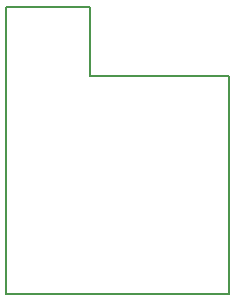
<source format=gm1>
G04 #@! TF.GenerationSoftware,KiCad,Pcbnew,7.0.11*
G04 #@! TF.CreationDate,2025-03-05T13:55:34+11:00*
G04 #@! TF.ProjectId,notestmode3,6e6f7465-7374-46d6-9f64-65332e6b6963,rev?*
G04 #@! TF.SameCoordinates,Original*
G04 #@! TF.FileFunction,Profile,NP*
%FSLAX46Y46*%
G04 Gerber Fmt 4.6, Leading zero omitted, Abs format (unit mm)*
G04 Created by KiCad (PCBNEW 7.0.11) date 2025-03-05 13:55:34*
%MOMM*%
%LPD*%
G01*
G04 APERTURE LIST*
G04 #@! TA.AperFunction,Profile*
%ADD10C,0.127000*%
G04 #@! TD*
G04 APERTURE END LIST*
D10*
X129957000Y-126238000D02*
X129957000Y-132000000D01*
X129957000Y-132000000D02*
X141750000Y-132000000D01*
X141750000Y-150500000D02*
X122900000Y-150500000D01*
X141750000Y-132000000D02*
X141750000Y-150500000D01*
X129957000Y-126238000D02*
X122900000Y-126238000D01*
X122900000Y-126238000D02*
X122900000Y-150500000D01*
M02*

</source>
